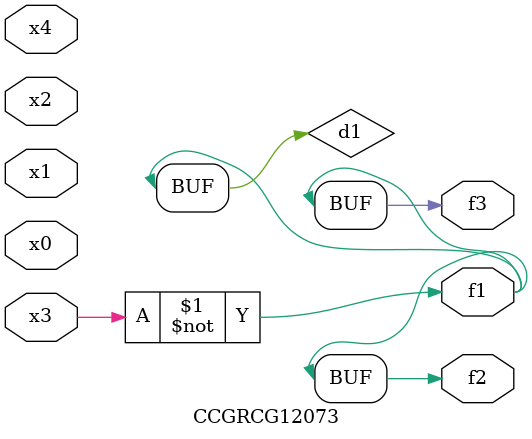
<source format=v>
module CCGRCG12073(
	input x0, x1, x2, x3, x4,
	output f1, f2, f3
);

	wire d1, d2;

	xnor (d1, x3);
	not (d2, x1);
	assign f1 = d1;
	assign f2 = d1;
	assign f3 = d1;
endmodule

</source>
